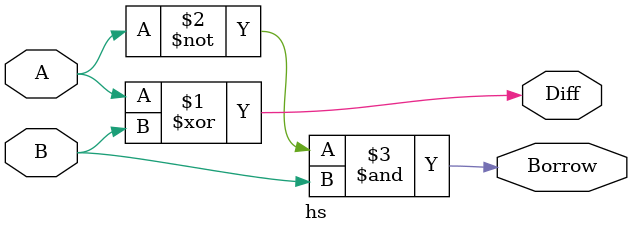
<source format=v>
`timescale 1ns / 1ps
module hs(input A, B,
    output Diff, Borrow );
    assign Diff = A ^ B;
    assign Borrow = ~A & B;
endmodule

</source>
